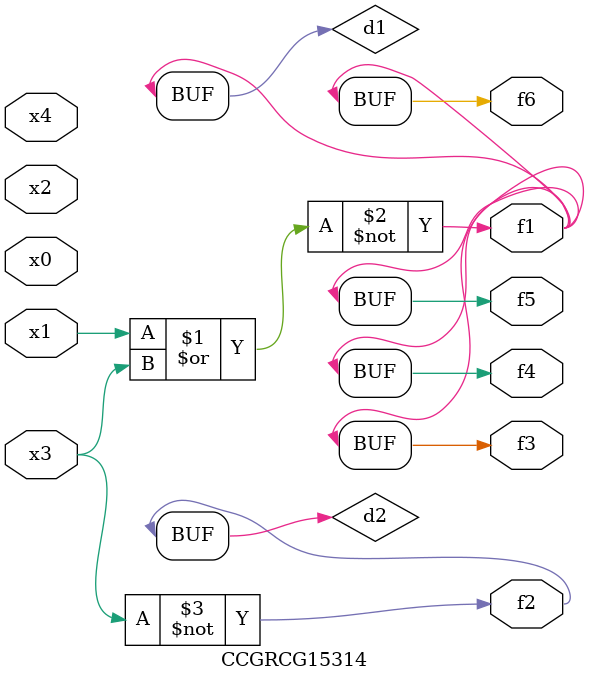
<source format=v>
module CCGRCG15314(
	input x0, x1, x2, x3, x4,
	output f1, f2, f3, f4, f5, f6
);

	wire d1, d2;

	nor (d1, x1, x3);
	not (d2, x3);
	assign f1 = d1;
	assign f2 = d2;
	assign f3 = d1;
	assign f4 = d1;
	assign f5 = d1;
	assign f6 = d1;
endmodule

</source>
